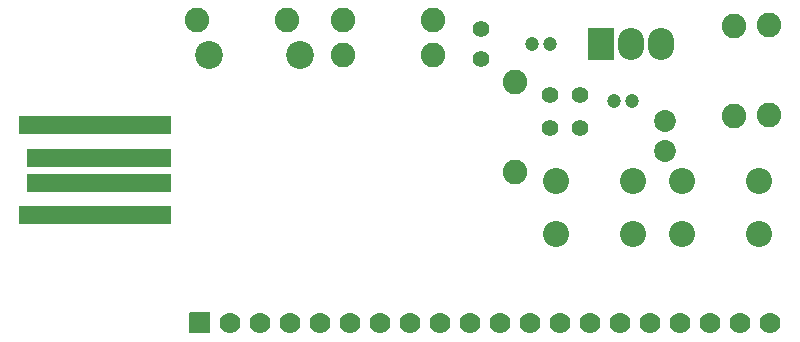
<source format=gts>
G04 Layer: TopSolderMaskLayer*
G04 EasyEDA v6.5.48, 2025-03-08 11:52:12*
G04 30e90ac5d70944fe866dc529022a22e9,369c048249c94b259d5cf78f180de413,10*
G04 Gerber Generator version 0.2*
G04 Scale: 100 percent, Rotated: No, Reflected: No *
G04 Dimensions in millimeters *
G04 leading zeros omitted , absolute positions ,4 integer and 5 decimal *
%FSLAX45Y45*%
%MOMM*%

%AMMACRO1*4,1,8,-1.0428,-1.3513,-1.1024,-1.2917,-1.1024,1.2918,-1.0428,1.3513,1.0428,1.3513,1.1024,1.2918,1.1024,-1.2917,1.0428,-1.3513,-1.0428,-1.3513,0*%
%AMMACRO2*4,1,8,-0.8295,-0.889,-0.889,-0.8295,-0.889,0.8295,-0.8295,0.889,0.8295,0.889,0.889,0.8295,0.889,-0.8295,0.8295,-0.889,-0.8295,-0.889,0*%
%AMMACRO3*4,1,8,-6.3921,-0.7366,-6.4516,-0.6771,-6.4516,0.6771,-6.3921,0.7366,6.3921,0.7366,6.4516,0.6771,6.4516,-0.6771,6.3921,-0.7366,-6.3921,-0.7366,0*%
%AMMACRO4*4,1,8,-6.0746,-0.7366,-6.1341,-0.6771,-6.1341,0.6771,-6.0746,0.7366,6.0746,0.7366,6.1341,0.6771,6.1341,-0.6771,6.0746,-0.7366,-6.0746,-0.7366,0*%
%ADD10C,2.2032*%
%ADD11C,2.0828*%
%ADD12C,1.8542*%
%ADD13C,1.3970*%
%ADD14C,2.3622*%
%ADD15MACRO1*%
%ADD16O,2.2031959999999997X2.7031949999999996*%
%ADD17C,1.2032*%
%ADD18C,1.7780*%
%ADD19MACRO2*%
%ADD20MACRO3*%
%ADD21MACRO4*%

%LPD*%
D10*
G01*
X6065393Y-3559606D03*
G01*
X5415406Y-3559606D03*
G01*
X5415406Y-4009593D03*
G01*
X6065393Y-4009593D03*
G01*
X6482206Y-4009593D03*
G01*
X7132193Y-4009593D03*
G01*
X7132193Y-3559606D03*
G01*
X6482206Y-3559606D03*
D11*
G01*
X6921500Y-3009900D03*
G01*
X6921500Y-2247900D03*
D12*
G01*
X6337300Y-3302000D03*
G01*
X6337300Y-3048000D03*
D13*
G01*
X5613400Y-3111500D03*
G01*
X5359400Y-3111500D03*
D11*
G01*
X3136900Y-2197100D03*
G01*
X2374900Y-2197100D03*
G01*
X3606800Y-2489200D03*
G01*
X4368800Y-2489200D03*
G01*
X5067300Y-3479800D03*
G01*
X5067300Y-2717800D03*
G01*
X7213600Y-2997200D03*
G01*
X7213600Y-2235200D03*
G01*
X4368800Y-2197100D03*
G01*
X3606800Y-2197100D03*
D13*
G01*
X4775200Y-2527300D03*
G01*
X4775200Y-2273300D03*
D14*
G01*
X2470150Y-2489200D03*
G01*
X3244850Y-2489200D03*
D15*
G01*
X5791200Y-2400300D03*
D16*
G01*
X6299200Y-2400300D03*
G01*
X6045200Y-2400300D03*
D17*
G01*
X5208143Y-2400300D03*
G01*
X5358256Y-2400300D03*
D13*
G01*
X5613400Y-2832100D03*
G01*
X5359400Y-2832100D03*
D17*
G01*
X6056756Y-2882900D03*
G01*
X5906643Y-2882900D03*
D18*
G01*
X7226300Y-4762500D03*
G01*
X6972300Y-4762500D03*
G01*
X6718300Y-4762500D03*
G01*
X6464300Y-4762500D03*
G01*
X6210300Y-4762500D03*
G01*
X5956300Y-4762500D03*
G01*
X5702300Y-4762500D03*
G01*
X5448300Y-4762500D03*
G01*
X5194300Y-4762500D03*
G01*
X4940300Y-4762500D03*
G01*
X4686300Y-4762500D03*
G01*
X4432300Y-4762500D03*
G01*
X4178300Y-4762500D03*
G01*
X3924300Y-4762500D03*
G01*
X3670300Y-4762500D03*
G01*
X3416300Y-4762500D03*
G01*
X3162300Y-4762500D03*
G01*
X2908300Y-4762500D03*
G01*
X2654300Y-4762500D03*
D19*
G01*
X2400300Y-4762500D03*
D20*
G01*
X1511300Y-3848100D03*
D21*
G01*
X1543050Y-3575050D03*
G01*
X1543050Y-3358388D03*
D20*
G01*
X1511300Y-3085338D03*
M02*

</source>
